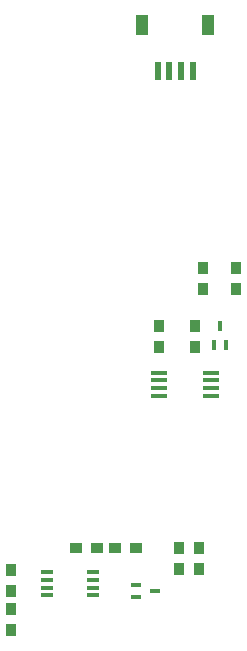
<source format=gbr>
G04 DesignSpark PCB PRO Gerber Version 10.0 Build 5299*
G04 #@! TF.Part,Single*
G04 #@! TF.FileFunction,Paste,Top*
G04 #@! TF.FilePolarity,Positive*
%FSLAX35Y35*%
%MOIN*%
G04 #@! TA.AperFunction,SMDPad,CuDef*
%ADD130R,0.01417X0.03386*%
%ADD128R,0.02126X0.05866*%
%ADD15R,0.03543X0.03898*%
%ADD129R,0.04252X0.06614*%
%ADD127R,0.03386X0.01417*%
%ADD131R,0.04154X0.01594*%
%ADD126R,0.05433X0.01594*%
%ADD10R,0.03898X0.03543*%
G04 #@! TD.AperFunction*
X0Y0D02*
D02*
D10*
X40988Y91732D03*
X47988D03*
X53980D03*
X60980D03*
D02*
D15*
X19291Y64610D03*
Y71610D03*
Y77602D03*
Y84602D03*
X68504Y158705D03*
Y165705D03*
X75197Y84689D03*
Y91689D03*
X80709Y158705D03*
Y165705D03*
X81890Y84689D03*
Y91689D03*
X83071Y177996D03*
Y184996D03*
X94094Y177996D03*
Y184996D03*
D02*
D126*
X68457Y142618D03*
Y145177D03*
Y147736D03*
Y150295D03*
X85874Y142618D03*
Y145177D03*
Y147736D03*
Y150295D03*
D02*
D127*
X61024Y75591D03*
Y79528D03*
X67323Y77559D03*
D02*
D128*
X68110Y250941D03*
X72047D03*
X75984D03*
X79921D03*
D02*
D129*
X62992Y266197D03*
X85039D03*
D02*
D130*
X87008Y159449D03*
X88976Y165748D03*
X90945Y159449D03*
D02*
D131*
X31299Y76083D03*
Y78642D03*
Y81201D03*
Y83760D03*
X46654Y76083D03*
Y78642D03*
Y81201D03*
Y83760D03*
X0Y0D02*
M02*

</source>
